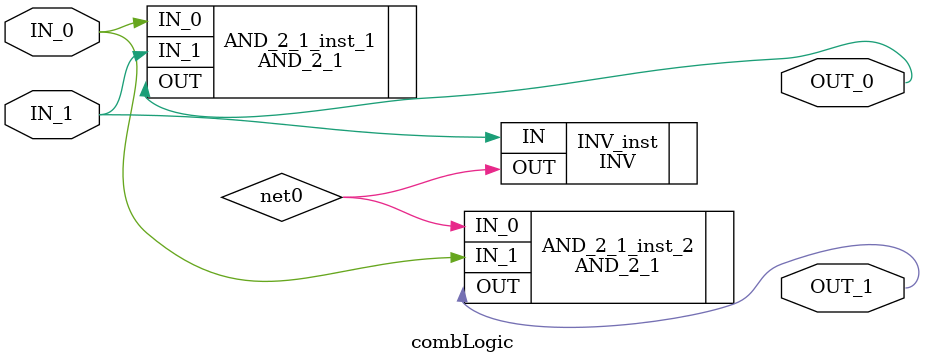
<source format=v>
module combLogic(
input wire IN_0,
input wire IN_1,
output wire OUT_0,
output wire OUT_1
);
wire net0; 

AND_2_1                    AND_2_1_inst_1(                .IN_1(IN_1),        .IN_0(IN_0),    .OUT(OUT_0));
INV                        INV_inst(                      .IN(IN_1),          .OUT(net0));
AND_2_1                    AND_2_1_inst_2(                .IN_1(IN_0),        .IN_0(net0),    .OUT(OUT_1));

endmodule
</source>
